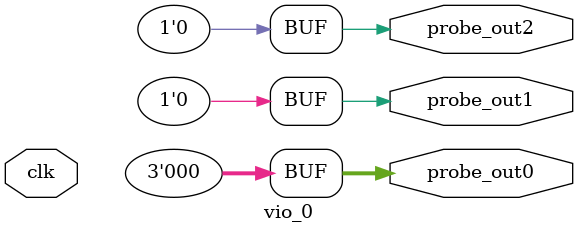
<source format=v>
`timescale 1ns / 1ps
module vio_0 (
clk,

probe_out0,
probe_out1,
probe_out2
);

input clk;

output reg [2 : 0] probe_out0 = 'h0 ;
output reg [0 : 0] probe_out1 = 'h0 ;
output reg [0 : 0] probe_out2 = 'h0 ;


endmodule

</source>
